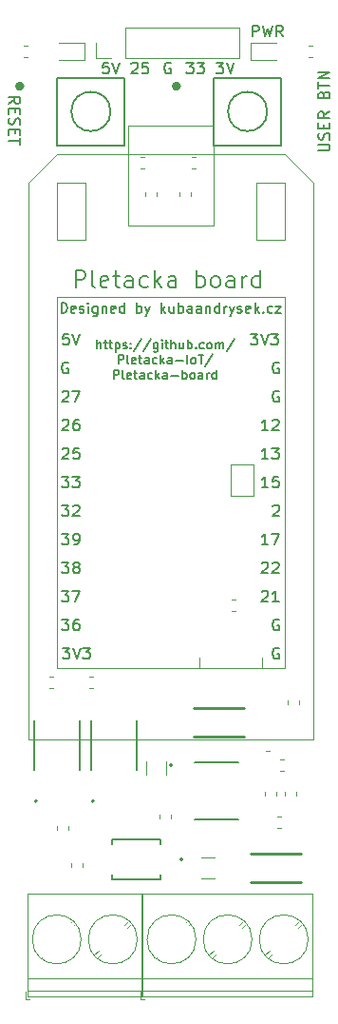
<source format=gbr>
G04 #@! TF.GenerationSoftware,KiCad,Pcbnew,5.1.5+dfsg1-2build2*
G04 #@! TF.CreationDate,2020-10-21T19:02:22+02:00*
G04 #@! TF.ProjectId,Pletacka-board,506c6574-6163-46b6-912d-626f6172642e,rev?*
G04 #@! TF.SameCoordinates,Original*
G04 #@! TF.FileFunction,Legend,Top*
G04 #@! TF.FilePolarity,Positive*
%FSLAX46Y46*%
G04 Gerber Fmt 4.6, Leading zero omitted, Abs format (unit mm)*
G04 Created by KiCad (PCBNEW 5.1.5+dfsg1-2build2) date 2020-10-21 19:02:22*
%MOMM*%
%LPD*%
G04 APERTURE LIST*
%ADD10C,0.150000*%
%ADD11C,0.127000*%
%ADD12C,0.200000*%
%ADD13C,0.120000*%
%ADD14C,0.400000*%
%ADD15C,0.254000*%
G04 APERTURE END LIST*
D10*
X153860666Y-62428380D02*
X153860666Y-61428380D01*
X154241619Y-61428380D01*
X154336857Y-61476000D01*
X154384476Y-61523619D01*
X154432095Y-61618857D01*
X154432095Y-61761714D01*
X154384476Y-61856952D01*
X154336857Y-61904571D01*
X154241619Y-61952190D01*
X153860666Y-61952190D01*
X154765428Y-61428380D02*
X155003523Y-62428380D01*
X155194000Y-61714095D01*
X155384476Y-62428380D01*
X155622571Y-61428380D01*
X156574952Y-62428380D02*
X156241619Y-61952190D01*
X156003523Y-62428380D02*
X156003523Y-61428380D01*
X156384476Y-61428380D01*
X156479714Y-61476000D01*
X156527333Y-61523619D01*
X156574952Y-61618857D01*
X156574952Y-61761714D01*
X156527333Y-61856952D01*
X156479714Y-61904571D01*
X156384476Y-61952190D01*
X156003523Y-61952190D01*
X159726380Y-72588000D02*
X160535904Y-72588000D01*
X160631142Y-72540380D01*
X160678761Y-72492761D01*
X160726380Y-72397523D01*
X160726380Y-72207047D01*
X160678761Y-72111809D01*
X160631142Y-72064190D01*
X160535904Y-72016571D01*
X159726380Y-72016571D01*
X160678761Y-71588000D02*
X160726380Y-71445142D01*
X160726380Y-71207047D01*
X160678761Y-71111809D01*
X160631142Y-71064190D01*
X160535904Y-71016571D01*
X160440666Y-71016571D01*
X160345428Y-71064190D01*
X160297809Y-71111809D01*
X160250190Y-71207047D01*
X160202571Y-71397523D01*
X160154952Y-71492761D01*
X160107333Y-71540380D01*
X160012095Y-71588000D01*
X159916857Y-71588000D01*
X159821619Y-71540380D01*
X159774000Y-71492761D01*
X159726380Y-71397523D01*
X159726380Y-71159428D01*
X159774000Y-71016571D01*
X160202571Y-70588000D02*
X160202571Y-70254666D01*
X160726380Y-70111809D02*
X160726380Y-70588000D01*
X159726380Y-70588000D01*
X159726380Y-70111809D01*
X160726380Y-69111809D02*
X160250190Y-69445142D01*
X160726380Y-69683238D02*
X159726380Y-69683238D01*
X159726380Y-69302285D01*
X159774000Y-69207047D01*
X159821619Y-69159428D01*
X159916857Y-69111809D01*
X160059714Y-69111809D01*
X160154952Y-69159428D01*
X160202571Y-69207047D01*
X160250190Y-69302285D01*
X160250190Y-69683238D01*
X160202571Y-67588000D02*
X160250190Y-67445142D01*
X160297809Y-67397523D01*
X160393047Y-67349904D01*
X160535904Y-67349904D01*
X160631142Y-67397523D01*
X160678761Y-67445142D01*
X160726380Y-67540380D01*
X160726380Y-67921333D01*
X159726380Y-67921333D01*
X159726380Y-67588000D01*
X159774000Y-67492761D01*
X159821619Y-67445142D01*
X159916857Y-67397523D01*
X160012095Y-67397523D01*
X160107333Y-67445142D01*
X160154952Y-67492761D01*
X160202571Y-67588000D01*
X160202571Y-67921333D01*
X159726380Y-67064190D02*
X159726380Y-66492761D01*
X160726380Y-66778476D02*
X159726380Y-66778476D01*
X160726380Y-66159428D02*
X159726380Y-66159428D01*
X160726380Y-65588000D01*
X159726380Y-65588000D01*
X132135619Y-68397619D02*
X132611809Y-68064285D01*
X132135619Y-67826190D02*
X133135619Y-67826190D01*
X133135619Y-68207142D01*
X133088000Y-68302380D01*
X133040380Y-68350000D01*
X132945142Y-68397619D01*
X132802285Y-68397619D01*
X132707047Y-68350000D01*
X132659428Y-68302380D01*
X132611809Y-68207142D01*
X132611809Y-67826190D01*
X132659428Y-68826190D02*
X132659428Y-69159523D01*
X132135619Y-69302380D02*
X132135619Y-68826190D01*
X133135619Y-68826190D01*
X133135619Y-69302380D01*
X132183238Y-69683333D02*
X132135619Y-69826190D01*
X132135619Y-70064285D01*
X132183238Y-70159523D01*
X132230857Y-70207142D01*
X132326095Y-70254761D01*
X132421333Y-70254761D01*
X132516571Y-70207142D01*
X132564190Y-70159523D01*
X132611809Y-70064285D01*
X132659428Y-69873809D01*
X132707047Y-69778571D01*
X132754666Y-69730952D01*
X132849904Y-69683333D01*
X132945142Y-69683333D01*
X133040380Y-69730952D01*
X133088000Y-69778571D01*
X133135619Y-69873809D01*
X133135619Y-70111904D01*
X133088000Y-70254761D01*
X132659428Y-70683333D02*
X132659428Y-71016666D01*
X132135619Y-71159523D02*
X132135619Y-70683333D01*
X133135619Y-70683333D01*
X133135619Y-71159523D01*
X133135619Y-71445238D02*
X133135619Y-72016666D01*
X132135619Y-71730952D02*
X133135619Y-71730952D01*
X146565904Y-64778000D02*
X146470666Y-64730380D01*
X146327809Y-64730380D01*
X146184952Y-64778000D01*
X146089714Y-64873238D01*
X146042095Y-64968476D01*
X145994476Y-65158952D01*
X145994476Y-65301809D01*
X146042095Y-65492285D01*
X146089714Y-65587523D01*
X146184952Y-65682761D01*
X146327809Y-65730380D01*
X146423047Y-65730380D01*
X146565904Y-65682761D01*
X146613523Y-65635142D01*
X146613523Y-65301809D01*
X146423047Y-65301809D01*
X141018285Y-64730380D02*
X140542095Y-64730380D01*
X140494476Y-65206571D01*
X140542095Y-65158952D01*
X140637333Y-65111333D01*
X140875428Y-65111333D01*
X140970666Y-65158952D01*
X141018285Y-65206571D01*
X141065904Y-65301809D01*
X141065904Y-65539904D01*
X141018285Y-65635142D01*
X140970666Y-65682761D01*
X140875428Y-65730380D01*
X140637333Y-65730380D01*
X140542095Y-65682761D01*
X140494476Y-65635142D01*
X141351619Y-64730380D02*
X141684952Y-65730380D01*
X142018285Y-64730380D01*
X143065904Y-64825619D02*
X143113523Y-64778000D01*
X143208761Y-64730380D01*
X143446857Y-64730380D01*
X143542095Y-64778000D01*
X143589714Y-64825619D01*
X143637333Y-64920857D01*
X143637333Y-65016095D01*
X143589714Y-65158952D01*
X143018285Y-65730380D01*
X143637333Y-65730380D01*
X144542095Y-64730380D02*
X144065904Y-64730380D01*
X144018285Y-65206571D01*
X144065904Y-65158952D01*
X144161142Y-65111333D01*
X144399238Y-65111333D01*
X144494476Y-65158952D01*
X144542095Y-65206571D01*
X144589714Y-65301809D01*
X144589714Y-65539904D01*
X144542095Y-65635142D01*
X144494476Y-65682761D01*
X144399238Y-65730380D01*
X144161142Y-65730380D01*
X144065904Y-65682761D01*
X144018285Y-65635142D01*
X147970666Y-64730380D02*
X148589714Y-64730380D01*
X148256380Y-65111333D01*
X148399238Y-65111333D01*
X148494476Y-65158952D01*
X148542095Y-65206571D01*
X148589714Y-65301809D01*
X148589714Y-65539904D01*
X148542095Y-65635142D01*
X148494476Y-65682761D01*
X148399238Y-65730380D01*
X148113523Y-65730380D01*
X148018285Y-65682761D01*
X147970666Y-65635142D01*
X148923047Y-64730380D02*
X149542095Y-64730380D01*
X149208761Y-65111333D01*
X149351619Y-65111333D01*
X149446857Y-65158952D01*
X149494476Y-65206571D01*
X149542095Y-65301809D01*
X149542095Y-65539904D01*
X149494476Y-65635142D01*
X149446857Y-65682761D01*
X149351619Y-65730380D01*
X149065904Y-65730380D01*
X148970666Y-65682761D01*
X148923047Y-65635142D01*
X150637333Y-64730380D02*
X151256380Y-64730380D01*
X150923047Y-65111333D01*
X151065904Y-65111333D01*
X151161142Y-65158952D01*
X151208761Y-65206571D01*
X151256380Y-65301809D01*
X151256380Y-65539904D01*
X151208761Y-65635142D01*
X151161142Y-65682761D01*
X151065904Y-65730380D01*
X150780190Y-65730380D01*
X150684952Y-65682761D01*
X150637333Y-65635142D01*
X151542095Y-64730380D02*
X151875428Y-65730380D01*
X152208761Y-64730380D01*
X139992857Y-90197904D02*
X139992857Y-89397904D01*
X140335714Y-90197904D02*
X140335714Y-89778857D01*
X140297619Y-89702666D01*
X140221428Y-89664571D01*
X140107142Y-89664571D01*
X140030952Y-89702666D01*
X139992857Y-89740761D01*
X140602380Y-89664571D02*
X140907142Y-89664571D01*
X140716666Y-89397904D02*
X140716666Y-90083619D01*
X140754761Y-90159809D01*
X140830952Y-90197904D01*
X140907142Y-90197904D01*
X141059523Y-89664571D02*
X141364285Y-89664571D01*
X141173809Y-89397904D02*
X141173809Y-90083619D01*
X141211904Y-90159809D01*
X141288095Y-90197904D01*
X141364285Y-90197904D01*
X141630952Y-89664571D02*
X141630952Y-90464571D01*
X141630952Y-89702666D02*
X141707142Y-89664571D01*
X141859523Y-89664571D01*
X141935714Y-89702666D01*
X141973809Y-89740761D01*
X142011904Y-89816952D01*
X142011904Y-90045523D01*
X141973809Y-90121714D01*
X141935714Y-90159809D01*
X141859523Y-90197904D01*
X141707142Y-90197904D01*
X141630952Y-90159809D01*
X142316666Y-90159809D02*
X142392857Y-90197904D01*
X142545238Y-90197904D01*
X142621428Y-90159809D01*
X142659523Y-90083619D01*
X142659523Y-90045523D01*
X142621428Y-89969333D01*
X142545238Y-89931238D01*
X142430952Y-89931238D01*
X142354761Y-89893142D01*
X142316666Y-89816952D01*
X142316666Y-89778857D01*
X142354761Y-89702666D01*
X142430952Y-89664571D01*
X142545238Y-89664571D01*
X142621428Y-89702666D01*
X143002380Y-90121714D02*
X143040476Y-90159809D01*
X143002380Y-90197904D01*
X142964285Y-90159809D01*
X143002380Y-90121714D01*
X143002380Y-90197904D01*
X143002380Y-89702666D02*
X143040476Y-89740761D01*
X143002380Y-89778857D01*
X142964285Y-89740761D01*
X143002380Y-89702666D01*
X143002380Y-89778857D01*
X143954761Y-89359809D02*
X143269047Y-90388380D01*
X144792857Y-89359809D02*
X144107142Y-90388380D01*
X145402380Y-89664571D02*
X145402380Y-90312190D01*
X145364285Y-90388380D01*
X145326190Y-90426476D01*
X145250000Y-90464571D01*
X145135714Y-90464571D01*
X145059523Y-90426476D01*
X145402380Y-90159809D02*
X145326190Y-90197904D01*
X145173809Y-90197904D01*
X145097619Y-90159809D01*
X145059523Y-90121714D01*
X145021428Y-90045523D01*
X145021428Y-89816952D01*
X145059523Y-89740761D01*
X145097619Y-89702666D01*
X145173809Y-89664571D01*
X145326190Y-89664571D01*
X145402380Y-89702666D01*
X145783333Y-90197904D02*
X145783333Y-89664571D01*
X145783333Y-89397904D02*
X145745238Y-89436000D01*
X145783333Y-89474095D01*
X145821428Y-89436000D01*
X145783333Y-89397904D01*
X145783333Y-89474095D01*
X146050000Y-89664571D02*
X146354761Y-89664571D01*
X146164285Y-89397904D02*
X146164285Y-90083619D01*
X146202380Y-90159809D01*
X146278571Y-90197904D01*
X146354761Y-90197904D01*
X146621428Y-90197904D02*
X146621428Y-89397904D01*
X146964285Y-90197904D02*
X146964285Y-89778857D01*
X146926190Y-89702666D01*
X146850000Y-89664571D01*
X146735714Y-89664571D01*
X146659523Y-89702666D01*
X146621428Y-89740761D01*
X147688095Y-89664571D02*
X147688095Y-90197904D01*
X147345238Y-89664571D02*
X147345238Y-90083619D01*
X147383333Y-90159809D01*
X147459523Y-90197904D01*
X147573809Y-90197904D01*
X147650000Y-90159809D01*
X147688095Y-90121714D01*
X148069047Y-90197904D02*
X148069047Y-89397904D01*
X148069047Y-89702666D02*
X148145238Y-89664571D01*
X148297619Y-89664571D01*
X148373809Y-89702666D01*
X148411904Y-89740761D01*
X148450000Y-89816952D01*
X148450000Y-90045523D01*
X148411904Y-90121714D01*
X148373809Y-90159809D01*
X148297619Y-90197904D01*
X148145238Y-90197904D01*
X148069047Y-90159809D01*
X148792857Y-90121714D02*
X148830952Y-90159809D01*
X148792857Y-90197904D01*
X148754761Y-90159809D01*
X148792857Y-90121714D01*
X148792857Y-90197904D01*
X149516666Y-90159809D02*
X149440476Y-90197904D01*
X149288095Y-90197904D01*
X149211904Y-90159809D01*
X149173809Y-90121714D01*
X149135714Y-90045523D01*
X149135714Y-89816952D01*
X149173809Y-89740761D01*
X149211904Y-89702666D01*
X149288095Y-89664571D01*
X149440476Y-89664571D01*
X149516666Y-89702666D01*
X149973809Y-90197904D02*
X149897619Y-90159809D01*
X149859523Y-90121714D01*
X149821428Y-90045523D01*
X149821428Y-89816952D01*
X149859523Y-89740761D01*
X149897619Y-89702666D01*
X149973809Y-89664571D01*
X150088095Y-89664571D01*
X150164285Y-89702666D01*
X150202380Y-89740761D01*
X150240476Y-89816952D01*
X150240476Y-90045523D01*
X150202380Y-90121714D01*
X150164285Y-90159809D01*
X150088095Y-90197904D01*
X149973809Y-90197904D01*
X150583333Y-90197904D02*
X150583333Y-89664571D01*
X150583333Y-89740761D02*
X150621428Y-89702666D01*
X150697619Y-89664571D01*
X150811904Y-89664571D01*
X150888095Y-89702666D01*
X150926190Y-89778857D01*
X150926190Y-90197904D01*
X150926190Y-89778857D02*
X150964285Y-89702666D01*
X151040476Y-89664571D01*
X151154761Y-89664571D01*
X151230952Y-89702666D01*
X151269047Y-89778857D01*
X151269047Y-90197904D01*
X152221428Y-89359809D02*
X151535714Y-90388380D01*
X141897619Y-91547904D02*
X141897619Y-90747904D01*
X142202380Y-90747904D01*
X142278571Y-90786000D01*
X142316666Y-90824095D01*
X142354761Y-90900285D01*
X142354761Y-91014571D01*
X142316666Y-91090761D01*
X142278571Y-91128857D01*
X142202380Y-91166952D01*
X141897619Y-91166952D01*
X142811904Y-91547904D02*
X142735714Y-91509809D01*
X142697619Y-91433619D01*
X142697619Y-90747904D01*
X143421428Y-91509809D02*
X143345238Y-91547904D01*
X143192857Y-91547904D01*
X143116666Y-91509809D01*
X143078571Y-91433619D01*
X143078571Y-91128857D01*
X143116666Y-91052666D01*
X143192857Y-91014571D01*
X143345238Y-91014571D01*
X143421428Y-91052666D01*
X143459523Y-91128857D01*
X143459523Y-91205047D01*
X143078571Y-91281238D01*
X143688095Y-91014571D02*
X143992857Y-91014571D01*
X143802380Y-90747904D02*
X143802380Y-91433619D01*
X143840476Y-91509809D01*
X143916666Y-91547904D01*
X143992857Y-91547904D01*
X144602380Y-91547904D02*
X144602380Y-91128857D01*
X144564285Y-91052666D01*
X144488095Y-91014571D01*
X144335714Y-91014571D01*
X144259523Y-91052666D01*
X144602380Y-91509809D02*
X144526190Y-91547904D01*
X144335714Y-91547904D01*
X144259523Y-91509809D01*
X144221428Y-91433619D01*
X144221428Y-91357428D01*
X144259523Y-91281238D01*
X144335714Y-91243142D01*
X144526190Y-91243142D01*
X144602380Y-91205047D01*
X145326190Y-91509809D02*
X145250000Y-91547904D01*
X145097619Y-91547904D01*
X145021428Y-91509809D01*
X144983333Y-91471714D01*
X144945238Y-91395523D01*
X144945238Y-91166952D01*
X144983333Y-91090761D01*
X145021428Y-91052666D01*
X145097619Y-91014571D01*
X145250000Y-91014571D01*
X145326190Y-91052666D01*
X145669047Y-91547904D02*
X145669047Y-90747904D01*
X145745238Y-91243142D02*
X145973809Y-91547904D01*
X145973809Y-91014571D02*
X145669047Y-91319333D01*
X146659523Y-91547904D02*
X146659523Y-91128857D01*
X146621428Y-91052666D01*
X146545238Y-91014571D01*
X146392857Y-91014571D01*
X146316666Y-91052666D01*
X146659523Y-91509809D02*
X146583333Y-91547904D01*
X146392857Y-91547904D01*
X146316666Y-91509809D01*
X146278571Y-91433619D01*
X146278571Y-91357428D01*
X146316666Y-91281238D01*
X146392857Y-91243142D01*
X146583333Y-91243142D01*
X146659523Y-91205047D01*
X147040476Y-91243142D02*
X147650000Y-91243142D01*
X148030952Y-91547904D02*
X148030952Y-90747904D01*
X148526190Y-91547904D02*
X148450000Y-91509809D01*
X148411904Y-91471714D01*
X148373809Y-91395523D01*
X148373809Y-91166952D01*
X148411904Y-91090761D01*
X148450000Y-91052666D01*
X148526190Y-91014571D01*
X148640476Y-91014571D01*
X148716666Y-91052666D01*
X148754761Y-91090761D01*
X148792857Y-91166952D01*
X148792857Y-91395523D01*
X148754761Y-91471714D01*
X148716666Y-91509809D01*
X148640476Y-91547904D01*
X148526190Y-91547904D01*
X149021428Y-90747904D02*
X149478571Y-90747904D01*
X149250000Y-91547904D02*
X149250000Y-90747904D01*
X150316666Y-90709809D02*
X149630952Y-91738380D01*
X141478571Y-92897904D02*
X141478571Y-92097904D01*
X141783333Y-92097904D01*
X141859523Y-92136000D01*
X141897619Y-92174095D01*
X141935714Y-92250285D01*
X141935714Y-92364571D01*
X141897619Y-92440761D01*
X141859523Y-92478857D01*
X141783333Y-92516952D01*
X141478571Y-92516952D01*
X142392857Y-92897904D02*
X142316666Y-92859809D01*
X142278571Y-92783619D01*
X142278571Y-92097904D01*
X143002380Y-92859809D02*
X142926190Y-92897904D01*
X142773809Y-92897904D01*
X142697619Y-92859809D01*
X142659523Y-92783619D01*
X142659523Y-92478857D01*
X142697619Y-92402666D01*
X142773809Y-92364571D01*
X142926190Y-92364571D01*
X143002380Y-92402666D01*
X143040476Y-92478857D01*
X143040476Y-92555047D01*
X142659523Y-92631238D01*
X143269047Y-92364571D02*
X143573809Y-92364571D01*
X143383333Y-92097904D02*
X143383333Y-92783619D01*
X143421428Y-92859809D01*
X143497619Y-92897904D01*
X143573809Y-92897904D01*
X144183333Y-92897904D02*
X144183333Y-92478857D01*
X144145238Y-92402666D01*
X144069047Y-92364571D01*
X143916666Y-92364571D01*
X143840476Y-92402666D01*
X144183333Y-92859809D02*
X144107142Y-92897904D01*
X143916666Y-92897904D01*
X143840476Y-92859809D01*
X143802380Y-92783619D01*
X143802380Y-92707428D01*
X143840476Y-92631238D01*
X143916666Y-92593142D01*
X144107142Y-92593142D01*
X144183333Y-92555047D01*
X144907142Y-92859809D02*
X144830952Y-92897904D01*
X144678571Y-92897904D01*
X144602380Y-92859809D01*
X144564285Y-92821714D01*
X144526190Y-92745523D01*
X144526190Y-92516952D01*
X144564285Y-92440761D01*
X144602380Y-92402666D01*
X144678571Y-92364571D01*
X144830952Y-92364571D01*
X144907142Y-92402666D01*
X145250000Y-92897904D02*
X145250000Y-92097904D01*
X145326190Y-92593142D02*
X145554761Y-92897904D01*
X145554761Y-92364571D02*
X145250000Y-92669333D01*
X146240476Y-92897904D02*
X146240476Y-92478857D01*
X146202380Y-92402666D01*
X146126190Y-92364571D01*
X145973809Y-92364571D01*
X145897619Y-92402666D01*
X146240476Y-92859809D02*
X146164285Y-92897904D01*
X145973809Y-92897904D01*
X145897619Y-92859809D01*
X145859523Y-92783619D01*
X145859523Y-92707428D01*
X145897619Y-92631238D01*
X145973809Y-92593142D01*
X146164285Y-92593142D01*
X146240476Y-92555047D01*
X146621428Y-92593142D02*
X147230952Y-92593142D01*
X147611904Y-92897904D02*
X147611904Y-92097904D01*
X147611904Y-92402666D02*
X147688095Y-92364571D01*
X147840476Y-92364571D01*
X147916666Y-92402666D01*
X147954761Y-92440761D01*
X147992857Y-92516952D01*
X147992857Y-92745523D01*
X147954761Y-92821714D01*
X147916666Y-92859809D01*
X147840476Y-92897904D01*
X147688095Y-92897904D01*
X147611904Y-92859809D01*
X148449999Y-92897904D02*
X148373809Y-92859809D01*
X148335714Y-92821714D01*
X148297619Y-92745523D01*
X148297619Y-92516952D01*
X148335714Y-92440761D01*
X148373809Y-92402666D01*
X148449999Y-92364571D01*
X148564285Y-92364571D01*
X148640476Y-92402666D01*
X148678571Y-92440761D01*
X148716666Y-92516952D01*
X148716666Y-92745523D01*
X148678571Y-92821714D01*
X148640476Y-92859809D01*
X148564285Y-92897904D01*
X148449999Y-92897904D01*
X149402380Y-92897904D02*
X149402380Y-92478857D01*
X149364285Y-92402666D01*
X149288095Y-92364571D01*
X149135714Y-92364571D01*
X149059523Y-92402666D01*
X149402380Y-92859809D02*
X149326190Y-92897904D01*
X149135714Y-92897904D01*
X149059523Y-92859809D01*
X149021428Y-92783619D01*
X149021428Y-92707428D01*
X149059523Y-92631238D01*
X149135714Y-92593142D01*
X149326190Y-92593142D01*
X149402380Y-92555047D01*
X149783333Y-92897904D02*
X149783333Y-92364571D01*
X149783333Y-92516952D02*
X149821428Y-92440761D01*
X149859523Y-92402666D01*
X149935714Y-92364571D01*
X150011904Y-92364571D01*
X150621428Y-92897904D02*
X150621428Y-92097904D01*
X150621428Y-92859809D02*
X150545238Y-92897904D01*
X150392857Y-92897904D01*
X150316666Y-92859809D01*
X150278571Y-92821714D01*
X150240476Y-92745523D01*
X150240476Y-92516952D01*
X150278571Y-92440761D01*
X150316666Y-92402666D01*
X150392857Y-92364571D01*
X150545238Y-92364571D01*
X150621428Y-92402666D01*
X136807999Y-87021142D02*
X136807999Y-86121142D01*
X137022285Y-86121142D01*
X137150857Y-86164000D01*
X137236571Y-86249714D01*
X137279428Y-86335428D01*
X137322285Y-86506857D01*
X137322285Y-86635428D01*
X137279428Y-86806857D01*
X137236571Y-86892571D01*
X137150857Y-86978285D01*
X137022285Y-87021142D01*
X136807999Y-87021142D01*
X138050857Y-86978285D02*
X137965142Y-87021142D01*
X137793714Y-87021142D01*
X137707999Y-86978285D01*
X137665142Y-86892571D01*
X137665142Y-86549714D01*
X137707999Y-86464000D01*
X137793714Y-86421142D01*
X137965142Y-86421142D01*
X138050857Y-86464000D01*
X138093714Y-86549714D01*
X138093714Y-86635428D01*
X137665142Y-86721142D01*
X138436571Y-86978285D02*
X138522285Y-87021142D01*
X138693714Y-87021142D01*
X138779428Y-86978285D01*
X138822285Y-86892571D01*
X138822285Y-86849714D01*
X138779428Y-86764000D01*
X138693714Y-86721142D01*
X138565142Y-86721142D01*
X138479428Y-86678285D01*
X138436571Y-86592571D01*
X138436571Y-86549714D01*
X138479428Y-86464000D01*
X138565142Y-86421142D01*
X138693714Y-86421142D01*
X138779428Y-86464000D01*
X139207999Y-87021142D02*
X139207999Y-86421142D01*
X139207999Y-86121142D02*
X139165142Y-86164000D01*
X139207999Y-86206857D01*
X139250857Y-86164000D01*
X139207999Y-86121142D01*
X139207999Y-86206857D01*
X140022285Y-86421142D02*
X140022285Y-87149714D01*
X139979428Y-87235428D01*
X139936571Y-87278285D01*
X139850857Y-87321142D01*
X139722285Y-87321142D01*
X139636571Y-87278285D01*
X140022285Y-86978285D02*
X139936571Y-87021142D01*
X139765142Y-87021142D01*
X139679428Y-86978285D01*
X139636571Y-86935428D01*
X139593714Y-86849714D01*
X139593714Y-86592571D01*
X139636571Y-86506857D01*
X139679428Y-86464000D01*
X139765142Y-86421142D01*
X139936571Y-86421142D01*
X140022285Y-86464000D01*
X140450857Y-86421142D02*
X140450857Y-87021142D01*
X140450857Y-86506857D02*
X140493714Y-86464000D01*
X140579428Y-86421142D01*
X140707999Y-86421142D01*
X140793714Y-86464000D01*
X140836571Y-86549714D01*
X140836571Y-87021142D01*
X141607999Y-86978285D02*
X141522285Y-87021142D01*
X141350857Y-87021142D01*
X141265142Y-86978285D01*
X141222285Y-86892571D01*
X141222285Y-86549714D01*
X141265142Y-86464000D01*
X141350857Y-86421142D01*
X141522285Y-86421142D01*
X141607999Y-86464000D01*
X141650857Y-86549714D01*
X141650857Y-86635428D01*
X141222285Y-86721142D01*
X142422285Y-87021142D02*
X142422285Y-86121142D01*
X142422285Y-86978285D02*
X142336571Y-87021142D01*
X142165142Y-87021142D01*
X142079428Y-86978285D01*
X142036571Y-86935428D01*
X141993714Y-86849714D01*
X141993714Y-86592571D01*
X142036571Y-86506857D01*
X142079428Y-86464000D01*
X142165142Y-86421142D01*
X142336571Y-86421142D01*
X142422285Y-86464000D01*
X143536571Y-87021142D02*
X143536571Y-86121142D01*
X143536571Y-86464000D02*
X143622285Y-86421142D01*
X143793714Y-86421142D01*
X143879428Y-86464000D01*
X143922285Y-86506857D01*
X143965142Y-86592571D01*
X143965142Y-86849714D01*
X143922285Y-86935428D01*
X143879428Y-86978285D01*
X143793714Y-87021142D01*
X143622285Y-87021142D01*
X143536571Y-86978285D01*
X144265142Y-86421142D02*
X144479428Y-87021142D01*
X144693714Y-86421142D02*
X144479428Y-87021142D01*
X144393714Y-87235428D01*
X144350857Y-87278285D01*
X144265142Y-87321142D01*
X145722285Y-87021142D02*
X145722285Y-86121142D01*
X145807999Y-86678285D02*
X146065142Y-87021142D01*
X146065142Y-86421142D02*
X145722285Y-86764000D01*
X146836571Y-86421142D02*
X146836571Y-87021142D01*
X146450857Y-86421142D02*
X146450857Y-86892571D01*
X146493714Y-86978285D01*
X146579428Y-87021142D01*
X146707999Y-87021142D01*
X146793714Y-86978285D01*
X146836571Y-86935428D01*
X147265142Y-87021142D02*
X147265142Y-86121142D01*
X147265142Y-86464000D02*
X147350857Y-86421142D01*
X147522285Y-86421142D01*
X147607999Y-86464000D01*
X147650857Y-86506857D01*
X147693714Y-86592571D01*
X147693714Y-86849714D01*
X147650857Y-86935428D01*
X147607999Y-86978285D01*
X147522285Y-87021142D01*
X147350857Y-87021142D01*
X147265142Y-86978285D01*
X148465142Y-87021142D02*
X148465142Y-86549714D01*
X148422285Y-86464000D01*
X148336571Y-86421142D01*
X148165142Y-86421142D01*
X148079428Y-86464000D01*
X148465142Y-86978285D02*
X148379428Y-87021142D01*
X148165142Y-87021142D01*
X148079428Y-86978285D01*
X148036571Y-86892571D01*
X148036571Y-86806857D01*
X148079428Y-86721142D01*
X148165142Y-86678285D01*
X148379428Y-86678285D01*
X148465142Y-86635428D01*
X149279428Y-87021142D02*
X149279428Y-86549714D01*
X149236571Y-86464000D01*
X149150857Y-86421142D01*
X148979428Y-86421142D01*
X148893714Y-86464000D01*
X149279428Y-86978285D02*
X149193714Y-87021142D01*
X148979428Y-87021142D01*
X148893714Y-86978285D01*
X148850857Y-86892571D01*
X148850857Y-86806857D01*
X148893714Y-86721142D01*
X148979428Y-86678285D01*
X149193714Y-86678285D01*
X149279428Y-86635428D01*
X149708000Y-86421142D02*
X149708000Y-87021142D01*
X149708000Y-86506857D02*
X149750857Y-86464000D01*
X149836571Y-86421142D01*
X149965142Y-86421142D01*
X150050857Y-86464000D01*
X150093714Y-86549714D01*
X150093714Y-87021142D01*
X150908000Y-87021142D02*
X150908000Y-86121142D01*
X150908000Y-86978285D02*
X150822285Y-87021142D01*
X150650857Y-87021142D01*
X150565142Y-86978285D01*
X150522285Y-86935428D01*
X150479428Y-86849714D01*
X150479428Y-86592571D01*
X150522285Y-86506857D01*
X150565142Y-86464000D01*
X150650857Y-86421142D01*
X150822285Y-86421142D01*
X150908000Y-86464000D01*
X151336571Y-87021142D02*
X151336571Y-86421142D01*
X151336571Y-86592571D02*
X151379428Y-86506857D01*
X151422285Y-86464000D01*
X151508000Y-86421142D01*
X151593714Y-86421142D01*
X151808000Y-86421142D02*
X152022285Y-87021142D01*
X152236571Y-86421142D02*
X152022285Y-87021142D01*
X151936571Y-87235428D01*
X151893714Y-87278285D01*
X151808000Y-87321142D01*
X152536571Y-86978285D02*
X152622285Y-87021142D01*
X152793714Y-87021142D01*
X152879428Y-86978285D01*
X152922285Y-86892571D01*
X152922285Y-86849714D01*
X152879428Y-86764000D01*
X152793714Y-86721142D01*
X152665142Y-86721142D01*
X152579428Y-86678285D01*
X152536571Y-86592571D01*
X152536571Y-86549714D01*
X152579428Y-86464000D01*
X152665142Y-86421142D01*
X152793714Y-86421142D01*
X152879428Y-86464000D01*
X153650857Y-86978285D02*
X153565142Y-87021142D01*
X153393714Y-87021142D01*
X153308000Y-86978285D01*
X153265142Y-86892571D01*
X153265142Y-86549714D01*
X153308000Y-86464000D01*
X153393714Y-86421142D01*
X153565142Y-86421142D01*
X153650857Y-86464000D01*
X153693714Y-86549714D01*
X153693714Y-86635428D01*
X153265142Y-86721142D01*
X154079428Y-87021142D02*
X154079428Y-86121142D01*
X154165142Y-86678285D02*
X154422285Y-87021142D01*
X154422285Y-86421142D02*
X154079428Y-86764000D01*
X154808000Y-86935428D02*
X154850857Y-86978285D01*
X154808000Y-87021142D01*
X154765142Y-86978285D01*
X154808000Y-86935428D01*
X154808000Y-87021142D01*
X155622285Y-86978285D02*
X155536571Y-87021142D01*
X155365142Y-87021142D01*
X155279428Y-86978285D01*
X155236571Y-86935428D01*
X155193714Y-86849714D01*
X155193714Y-86592571D01*
X155236571Y-86506857D01*
X155279428Y-86464000D01*
X155365142Y-86421142D01*
X155536571Y-86421142D01*
X155622285Y-86464000D01*
X155922285Y-86421142D02*
X156393714Y-86421142D01*
X155922285Y-87021142D01*
X156393714Y-87021142D01*
X138089714Y-84752571D02*
X138089714Y-83252571D01*
X138661142Y-83252571D01*
X138804000Y-83324000D01*
X138875428Y-83395428D01*
X138946857Y-83538285D01*
X138946857Y-83752571D01*
X138875428Y-83895428D01*
X138804000Y-83966857D01*
X138661142Y-84038285D01*
X138089714Y-84038285D01*
X139804000Y-84752571D02*
X139661142Y-84681142D01*
X139589714Y-84538285D01*
X139589714Y-83252571D01*
X140946857Y-84681142D02*
X140804000Y-84752571D01*
X140518285Y-84752571D01*
X140375428Y-84681142D01*
X140304000Y-84538285D01*
X140304000Y-83966857D01*
X140375428Y-83824000D01*
X140518285Y-83752571D01*
X140804000Y-83752571D01*
X140946857Y-83824000D01*
X141018285Y-83966857D01*
X141018285Y-84109714D01*
X140304000Y-84252571D01*
X141446857Y-83752571D02*
X142018285Y-83752571D01*
X141661142Y-83252571D02*
X141661142Y-84538285D01*
X141732571Y-84681142D01*
X141875428Y-84752571D01*
X142018285Y-84752571D01*
X143161142Y-84752571D02*
X143161142Y-83966857D01*
X143089714Y-83824000D01*
X142946857Y-83752571D01*
X142661142Y-83752571D01*
X142518285Y-83824000D01*
X143161142Y-84681142D02*
X143018285Y-84752571D01*
X142661142Y-84752571D01*
X142518285Y-84681142D01*
X142446857Y-84538285D01*
X142446857Y-84395428D01*
X142518285Y-84252571D01*
X142661142Y-84181142D01*
X143018285Y-84181142D01*
X143161142Y-84109714D01*
X144518285Y-84681142D02*
X144375428Y-84752571D01*
X144089714Y-84752571D01*
X143946857Y-84681142D01*
X143875428Y-84609714D01*
X143804000Y-84466857D01*
X143804000Y-84038285D01*
X143875428Y-83895428D01*
X143946857Y-83824000D01*
X144089714Y-83752571D01*
X144375428Y-83752571D01*
X144518285Y-83824000D01*
X145161142Y-84752571D02*
X145161142Y-83252571D01*
X145304000Y-84181142D02*
X145732571Y-84752571D01*
X145732571Y-83752571D02*
X145161142Y-84324000D01*
X147018285Y-84752571D02*
X147018285Y-83966857D01*
X146946857Y-83824000D01*
X146804000Y-83752571D01*
X146518285Y-83752571D01*
X146375428Y-83824000D01*
X147018285Y-84681142D02*
X146875428Y-84752571D01*
X146518285Y-84752571D01*
X146375428Y-84681142D01*
X146304000Y-84538285D01*
X146304000Y-84395428D01*
X146375428Y-84252571D01*
X146518285Y-84181142D01*
X146875428Y-84181142D01*
X147018285Y-84109714D01*
X148875428Y-84752571D02*
X148875428Y-83252571D01*
X148875428Y-83824000D02*
X149018285Y-83752571D01*
X149304000Y-83752571D01*
X149446857Y-83824000D01*
X149518285Y-83895428D01*
X149589714Y-84038285D01*
X149589714Y-84466857D01*
X149518285Y-84609714D01*
X149446857Y-84681142D01*
X149304000Y-84752571D01*
X149018285Y-84752571D01*
X148875428Y-84681142D01*
X150446857Y-84752571D02*
X150304000Y-84681142D01*
X150232571Y-84609714D01*
X150161142Y-84466857D01*
X150161142Y-84038285D01*
X150232571Y-83895428D01*
X150304000Y-83824000D01*
X150446857Y-83752571D01*
X150661142Y-83752571D01*
X150804000Y-83824000D01*
X150875428Y-83895428D01*
X150946857Y-84038285D01*
X150946857Y-84466857D01*
X150875428Y-84609714D01*
X150804000Y-84681142D01*
X150661142Y-84752571D01*
X150446857Y-84752571D01*
X152232571Y-84752571D02*
X152232571Y-83966857D01*
X152161142Y-83824000D01*
X152018285Y-83752571D01*
X151732571Y-83752571D01*
X151589714Y-83824000D01*
X152232571Y-84681142D02*
X152089714Y-84752571D01*
X151732571Y-84752571D01*
X151589714Y-84681142D01*
X151518285Y-84538285D01*
X151518285Y-84395428D01*
X151589714Y-84252571D01*
X151732571Y-84181142D01*
X152089714Y-84181142D01*
X152232571Y-84109714D01*
X152946857Y-84752571D02*
X152946857Y-83752571D01*
X152946857Y-84038285D02*
X153018285Y-83895428D01*
X153089714Y-83824000D01*
X153232571Y-83752571D01*
X153375428Y-83752571D01*
X154518285Y-84752571D02*
X154518285Y-83252571D01*
X154518285Y-84681142D02*
X154375428Y-84752571D01*
X154089714Y-84752571D01*
X153946857Y-84681142D01*
X153875428Y-84609714D01*
X153804000Y-84466857D01*
X153804000Y-84038285D01*
X153875428Y-83895428D01*
X153946857Y-83824000D01*
X154089714Y-83752571D01*
X154375428Y-83752571D01*
X154518285Y-83824000D01*
D11*
G04 #@! TO.C,U1*
X148672000Y-132065000D02*
X152572000Y-132065000D01*
X148672000Y-127015000D02*
X152572000Y-127015000D01*
D12*
X146682000Y-127235000D02*
G75*
G03X146682000Y-127235000I-100000J0D01*
G01*
D13*
G04 #@! TO.C,JP2*
X151908000Y-103254000D02*
X151908000Y-100454000D01*
X151908000Y-100454000D02*
X153908000Y-100454000D01*
X153908000Y-100454000D02*
X153908000Y-103254000D01*
X153908000Y-103254000D02*
X151908000Y-103254000D01*
G04 #@! TO.C,Pins1*
X139894000Y-64322000D02*
X139894000Y-62992000D01*
X141224000Y-64322000D02*
X139894000Y-64322000D01*
X142494000Y-64322000D02*
X142494000Y-61662000D01*
X142494000Y-61662000D02*
X152714000Y-61662000D01*
X142494000Y-64322000D02*
X152714000Y-64322000D01*
X152714000Y-64322000D02*
X152714000Y-61662000D01*
D11*
G04 #@! TO.C,SW2*
X155166000Y-69088000D02*
G75*
G03X155166000Y-69088000I-1750000J0D01*
G01*
X150416000Y-66088000D02*
X150416260Y-72085200D01*
X156416000Y-66088000D02*
X150416000Y-66088000D01*
X156416000Y-72088000D02*
X156416000Y-66088000D01*
X150423880Y-72088000D02*
X156416000Y-72088000D01*
D14*
X147266000Y-66838000D02*
G75*
G03X147266000Y-66838000I-200000J0D01*
G01*
D13*
G04 #@! TO.C,ESP1*
X142748000Y-79248000D02*
X142748000Y-70358000D01*
X150368000Y-79248000D02*
X142748000Y-79248000D01*
X150368000Y-70358000D02*
X150368000Y-79248000D01*
X142748000Y-70358000D02*
X150368000Y-70358000D01*
X156718000Y-80518000D02*
X156718000Y-75438000D01*
X154178000Y-80518000D02*
X156718000Y-80518000D01*
X154178000Y-75438000D02*
X154178000Y-80518000D01*
X156718000Y-75438000D02*
X154178000Y-75438000D01*
X138938000Y-75438000D02*
X136398000Y-75438000D01*
X138938000Y-80518000D02*
X138938000Y-75438000D01*
X136398000Y-80518000D02*
X138938000Y-80518000D01*
X136398000Y-75438000D02*
X136398000Y-80518000D01*
X156718000Y-85598000D02*
X156718000Y-118618000D01*
X136398000Y-85598000D02*
X156718000Y-85598000D01*
X136398000Y-118618000D02*
X136398000Y-85598000D01*
X156718000Y-118618000D02*
X136398000Y-118618000D01*
X136398000Y-72898000D02*
X133858000Y-75438000D01*
X159258000Y-75438000D02*
X156718000Y-72898000D01*
X133858000Y-75438000D02*
X133858000Y-124968000D01*
X156718000Y-72898000D02*
X136398000Y-72898000D01*
X159258000Y-124968000D02*
X159258000Y-75438000D01*
X133858000Y-124968000D02*
X159258000Y-124968000D01*
G04 #@! TO.C,L1*
X149092000Y-118510000D02*
X149092000Y-117710000D01*
X154692000Y-118510000D02*
X154692000Y-117710000D01*
D12*
G04 #@! TO.C,U3*
X139718000Y-130446000D02*
G75*
G03X139718000Y-130446000I-100000J0D01*
G01*
D11*
X139428000Y-127676000D02*
X139428000Y-123276000D01*
X143528000Y-127676000D02*
X143528000Y-123276000D01*
G04 #@! TO.C,SW1*
X141196000Y-69088000D02*
G75*
G03X141196000Y-69088000I-1750000J0D01*
G01*
X136446000Y-66088000D02*
X136446260Y-72085200D01*
X142446000Y-66088000D02*
X136446000Y-66088000D01*
X142446000Y-72088000D02*
X142446000Y-66088000D01*
X136453880Y-72088000D02*
X142446000Y-72088000D01*
D14*
X133296000Y-66838000D02*
G75*
G03X133296000Y-66838000I-200000J0D01*
G01*
D13*
G04 #@! TO.C,C5*
X155356779Y-125986000D02*
X155031221Y-125986000D01*
X155356779Y-124966000D02*
X155031221Y-124966000D01*
D12*
G04 #@! TO.C,U2*
X134638000Y-130446000D02*
G75*
G03X134638000Y-130446000I-100000J0D01*
G01*
D11*
X134348000Y-127676000D02*
X134348000Y-123276000D01*
X138448000Y-127676000D02*
X138448000Y-123276000D01*
D13*
G04 #@! TO.C,R11*
X139283221Y-120398000D02*
X139608779Y-120398000D01*
X139283221Y-119378000D02*
X139608779Y-119378000D01*
G04 #@! TO.C,R10*
X136052779Y-119378000D02*
X135727221Y-119378000D01*
X136052779Y-120398000D02*
X135727221Y-120398000D01*
G04 #@! TO.C,R9*
X148338000Y-76616779D02*
X148338000Y-76291221D01*
X147318000Y-76616779D02*
X147318000Y-76291221D01*
G04 #@! TO.C,R8*
X145290000Y-76616779D02*
X145290000Y-76291221D01*
X144270000Y-76616779D02*
X144270000Y-76291221D01*
G04 #@! TO.C,R7*
X137666000Y-135981221D02*
X137666000Y-136306779D01*
X138686000Y-135981221D02*
X138686000Y-136306779D01*
G04 #@! TO.C,R6*
X136396000Y-132679221D02*
X136396000Y-133004779D01*
X137416000Y-132679221D02*
X137416000Y-133004779D01*
G04 #@! TO.C,R5*
X156626779Y-126744000D02*
X156301221Y-126744000D01*
X156626779Y-127764000D02*
X156301221Y-127764000D01*
G04 #@! TO.C,R4*
X156970000Y-121477721D02*
X156970000Y-121803279D01*
X157990000Y-121477721D02*
X157990000Y-121803279D01*
G04 #@! TO.C,R3*
X156047221Y-132844000D02*
X156372779Y-132844000D01*
X156047221Y-131824000D02*
X156372779Y-131824000D01*
G04 #@! TO.C,R2*
X133792279Y-63244000D02*
X133466721Y-63244000D01*
X133792279Y-64264000D02*
X133466721Y-64264000D01*
G04 #@! TO.C,R1*
X158841221Y-64264000D02*
X159166779Y-64264000D01*
X158841221Y-63244000D02*
X159166779Y-63244000D01*
G04 #@! TO.C,POLYFUSE1*
X150462064Y-135488000D02*
X149257936Y-135488000D01*
X150462064Y-137308000D02*
X149257936Y-137308000D01*
G04 #@! TO.C,POWER_&_FINN_INPUT1*
X148818000Y-142748000D02*
G75*
G03X148818000Y-142748000I-2180000J0D01*
G01*
X153818000Y-142748000D02*
G75*
G03X153818000Y-142748000I-2180000J0D01*
G01*
X158818000Y-142748000D02*
G75*
G03X158818000Y-142748000I-2180000J0D01*
G01*
X144078000Y-147348000D02*
X159198000Y-147348000D01*
X144078000Y-146248000D02*
X159198000Y-146248000D01*
X144078000Y-138688000D02*
X159198000Y-138688000D01*
X144078000Y-147808000D02*
X159198000Y-147808000D01*
X144078000Y-138688000D02*
X144078000Y-147808000D01*
X159198000Y-138688000D02*
X159198000Y-147808000D01*
X148292000Y-141360000D02*
X148185000Y-141467000D01*
X145356000Y-144295000D02*
X145250000Y-144402000D01*
X148026000Y-141094000D02*
X147919000Y-141201000D01*
X145090000Y-144029000D02*
X144984000Y-144136000D01*
X153292000Y-141360000D02*
X152897000Y-141756000D01*
X150631000Y-144022000D02*
X150251000Y-144402000D01*
X153026000Y-141094000D02*
X152646000Y-141474000D01*
X150380000Y-143740000D02*
X149985000Y-144136000D01*
X158292000Y-141360000D02*
X157897000Y-141756000D01*
X155631000Y-144022000D02*
X155251000Y-144402000D01*
X158026000Y-141094000D02*
X157646000Y-141474000D01*
X155380000Y-143740000D02*
X154985000Y-144136000D01*
X143838000Y-147408000D02*
X143838000Y-148048000D01*
X143838000Y-148048000D02*
X144238000Y-148048000D01*
G04 #@! TO.C,STOP_INPUT1*
X138578000Y-142748000D02*
G75*
G03X138578000Y-142748000I-2180000J0D01*
G01*
X143578000Y-142748000D02*
G75*
G03X143578000Y-142748000I-2180000J0D01*
G01*
X133838000Y-147348000D02*
X143958000Y-147348000D01*
X133838000Y-146248000D02*
X143958000Y-146248000D01*
X133838000Y-138688000D02*
X143958000Y-138688000D01*
X133838000Y-147808000D02*
X143958000Y-147808000D01*
X133838000Y-138688000D02*
X133838000Y-147808000D01*
X143958000Y-138688000D02*
X143958000Y-147808000D01*
X138052000Y-141360000D02*
X137945000Y-141467000D01*
X135116000Y-144295000D02*
X135010000Y-144402000D01*
X137786000Y-141094000D02*
X137679000Y-141201000D01*
X134850000Y-144029000D02*
X134744000Y-144136000D01*
X143052000Y-141360000D02*
X142657000Y-141756000D01*
X140391000Y-144022000D02*
X140011000Y-144402000D01*
X142786000Y-141094000D02*
X142406000Y-141474000D01*
X140140000Y-143740000D02*
X139745000Y-144136000D01*
X133598000Y-147408000D02*
X133598000Y-148048000D01*
X133598000Y-148048000D02*
X133998000Y-148048000D01*
D15*
G04 #@! TO.C,D5*
X148626000Y-122144000D02*
X153126000Y-122144000D01*
X153126000Y-124744000D02*
X148626000Y-124744000D01*
D13*
G04 #@! TO.C,D4*
X138899000Y-63019000D02*
X136614000Y-63019000D01*
X138899000Y-64489000D02*
X138899000Y-63019000D01*
X136614000Y-64489000D02*
X138899000Y-64489000D01*
G04 #@! TO.C,D3*
X153709000Y-64489000D02*
X155994000Y-64489000D01*
X153709000Y-63019000D02*
X153709000Y-64489000D01*
X155994000Y-63019000D02*
X153709000Y-63019000D01*
D12*
G04 #@! TO.C,D2*
X147610000Y-135636000D02*
G75*
G03X147610000Y-135636000I-100000J0D01*
G01*
D11*
X141350000Y-133856000D02*
X141350000Y-134262000D01*
X145670000Y-133856000D02*
X141350000Y-133856000D01*
X145670000Y-134262000D02*
X145670000Y-133856000D01*
X141350000Y-137416000D02*
X141350000Y-137010000D01*
X145670000Y-137416000D02*
X141350000Y-137416000D01*
X145670000Y-137010000D02*
X145670000Y-137416000D01*
D15*
G04 #@! TO.C,D1*
X158206000Y-137698000D02*
X153706000Y-137698000D01*
X153706000Y-135098000D02*
X158206000Y-135098000D01*
D13*
G04 #@! TO.C,C8*
X148427221Y-74170000D02*
X148752779Y-74170000D01*
X148427221Y-73150000D02*
X148752779Y-73150000D01*
G04 #@! TO.C,C7*
X144180779Y-73150000D02*
X143855221Y-73150000D01*
X144180779Y-74170000D02*
X143855221Y-74170000D01*
G04 #@! TO.C,C6*
X152308779Y-113540000D02*
X151983221Y-113540000D01*
X152308779Y-112520000D02*
X151983221Y-112520000D01*
G04 #@! TO.C,C4*
X145540000Y-131663221D02*
X145540000Y-131988779D01*
X146560000Y-131663221D02*
X146560000Y-131988779D01*
G04 #@! TO.C,C3*
X157736000Y-129956779D02*
X157736000Y-129631221D01*
X156716000Y-129956779D02*
X156716000Y-129631221D01*
G04 #@! TO.C,C2*
X155958000Y-129956779D02*
X155958000Y-129631221D01*
X154938000Y-129956779D02*
X154938000Y-129631221D01*
G04 #@! TO.C,C1*
X146198000Y-128110064D02*
X146198000Y-126905936D01*
X144378000Y-128110064D02*
X144378000Y-126905936D01*
G04 #@! TO.C,ESP1*
D10*
X137421904Y-91448000D02*
X137326666Y-91400380D01*
X137183809Y-91400380D01*
X137040952Y-91448000D01*
X136945714Y-91543238D01*
X136898095Y-91638476D01*
X136850476Y-91828952D01*
X136850476Y-91971809D01*
X136898095Y-92162285D01*
X136945714Y-92257523D01*
X137040952Y-92352761D01*
X137183809Y-92400380D01*
X137279047Y-92400380D01*
X137421904Y-92352761D01*
X137469523Y-92305142D01*
X137469523Y-91971809D01*
X137279047Y-91971809D01*
X153701904Y-88860380D02*
X154320952Y-88860380D01*
X153987619Y-89241333D01*
X154130476Y-89241333D01*
X154225714Y-89288952D01*
X154273333Y-89336571D01*
X154320952Y-89431809D01*
X154320952Y-89669904D01*
X154273333Y-89765142D01*
X154225714Y-89812761D01*
X154130476Y-89860380D01*
X153844761Y-89860380D01*
X153749523Y-89812761D01*
X153701904Y-89765142D01*
X154606666Y-88860380D02*
X154940000Y-89860380D01*
X155273333Y-88860380D01*
X155511428Y-88860380D02*
X156130476Y-88860380D01*
X155797142Y-89241333D01*
X155940000Y-89241333D01*
X156035238Y-89288952D01*
X156082857Y-89336571D01*
X156130476Y-89431809D01*
X156130476Y-89669904D01*
X156082857Y-89765142D01*
X156035238Y-89812761D01*
X155940000Y-89860380D01*
X155654285Y-89860380D01*
X155559047Y-89812761D01*
X155511428Y-89765142D01*
X136937904Y-116800380D02*
X137556952Y-116800380D01*
X137223619Y-117181333D01*
X137366476Y-117181333D01*
X137461714Y-117228952D01*
X137509333Y-117276571D01*
X137556952Y-117371809D01*
X137556952Y-117609904D01*
X137509333Y-117705142D01*
X137461714Y-117752761D01*
X137366476Y-117800380D01*
X137080761Y-117800380D01*
X136985523Y-117752761D01*
X136937904Y-117705142D01*
X137842666Y-116800380D02*
X138176000Y-117800380D01*
X138509333Y-116800380D01*
X138747428Y-116800380D02*
X139366476Y-116800380D01*
X139033142Y-117181333D01*
X139176000Y-117181333D01*
X139271238Y-117228952D01*
X139318857Y-117276571D01*
X139366476Y-117371809D01*
X139366476Y-117609904D01*
X139318857Y-117705142D01*
X139271238Y-117752761D01*
X139176000Y-117800380D01*
X138890285Y-117800380D01*
X138795047Y-117752761D01*
X138747428Y-117705142D01*
X136858476Y-114260380D02*
X137477523Y-114260380D01*
X137144190Y-114641333D01*
X137287047Y-114641333D01*
X137382285Y-114688952D01*
X137429904Y-114736571D01*
X137477523Y-114831809D01*
X137477523Y-115069904D01*
X137429904Y-115165142D01*
X137382285Y-115212761D01*
X137287047Y-115260380D01*
X137001333Y-115260380D01*
X136906095Y-115212761D01*
X136858476Y-115165142D01*
X138334666Y-114260380D02*
X138144190Y-114260380D01*
X138048952Y-114308000D01*
X138001333Y-114355619D01*
X137906095Y-114498476D01*
X137858476Y-114688952D01*
X137858476Y-115069904D01*
X137906095Y-115165142D01*
X137953714Y-115212761D01*
X138048952Y-115260380D01*
X138239428Y-115260380D01*
X138334666Y-115212761D01*
X138382285Y-115165142D01*
X138429904Y-115069904D01*
X138429904Y-114831809D01*
X138382285Y-114736571D01*
X138334666Y-114688952D01*
X138239428Y-114641333D01*
X138048952Y-114641333D01*
X137953714Y-114688952D01*
X137906095Y-114736571D01*
X137858476Y-114831809D01*
X136858476Y-111720380D02*
X137477523Y-111720380D01*
X137144190Y-112101333D01*
X137287047Y-112101333D01*
X137382285Y-112148952D01*
X137429904Y-112196571D01*
X137477523Y-112291809D01*
X137477523Y-112529904D01*
X137429904Y-112625142D01*
X137382285Y-112672761D01*
X137287047Y-112720380D01*
X137001333Y-112720380D01*
X136906095Y-112672761D01*
X136858476Y-112625142D01*
X137810857Y-111720380D02*
X138477523Y-111720380D01*
X138048952Y-112720380D01*
X136858476Y-109180380D02*
X137477523Y-109180380D01*
X137144190Y-109561333D01*
X137287047Y-109561333D01*
X137382285Y-109608952D01*
X137429904Y-109656571D01*
X137477523Y-109751809D01*
X137477523Y-109989904D01*
X137429904Y-110085142D01*
X137382285Y-110132761D01*
X137287047Y-110180380D01*
X137001333Y-110180380D01*
X136906095Y-110132761D01*
X136858476Y-110085142D01*
X138048952Y-109608952D02*
X137953714Y-109561333D01*
X137906095Y-109513714D01*
X137858476Y-109418476D01*
X137858476Y-109370857D01*
X137906095Y-109275619D01*
X137953714Y-109228000D01*
X138048952Y-109180380D01*
X138239428Y-109180380D01*
X138334666Y-109228000D01*
X138382285Y-109275619D01*
X138429904Y-109370857D01*
X138429904Y-109418476D01*
X138382285Y-109513714D01*
X138334666Y-109561333D01*
X138239428Y-109608952D01*
X138048952Y-109608952D01*
X137953714Y-109656571D01*
X137906095Y-109704190D01*
X137858476Y-109799428D01*
X137858476Y-109989904D01*
X137906095Y-110085142D01*
X137953714Y-110132761D01*
X138048952Y-110180380D01*
X138239428Y-110180380D01*
X138334666Y-110132761D01*
X138382285Y-110085142D01*
X138429904Y-109989904D01*
X138429904Y-109799428D01*
X138382285Y-109704190D01*
X138334666Y-109656571D01*
X138239428Y-109608952D01*
X136858476Y-106640380D02*
X137477523Y-106640380D01*
X137144190Y-107021333D01*
X137287047Y-107021333D01*
X137382285Y-107068952D01*
X137429904Y-107116571D01*
X137477523Y-107211809D01*
X137477523Y-107449904D01*
X137429904Y-107545142D01*
X137382285Y-107592761D01*
X137287047Y-107640380D01*
X137001333Y-107640380D01*
X136906095Y-107592761D01*
X136858476Y-107545142D01*
X137953714Y-107640380D02*
X138144190Y-107640380D01*
X138239428Y-107592761D01*
X138287047Y-107545142D01*
X138382285Y-107402285D01*
X138429904Y-107211809D01*
X138429904Y-106830857D01*
X138382285Y-106735619D01*
X138334666Y-106688000D01*
X138239428Y-106640380D01*
X138048952Y-106640380D01*
X137953714Y-106688000D01*
X137906095Y-106735619D01*
X137858476Y-106830857D01*
X137858476Y-107068952D01*
X137906095Y-107164190D01*
X137953714Y-107211809D01*
X138048952Y-107259428D01*
X138239428Y-107259428D01*
X138334666Y-107211809D01*
X138382285Y-107164190D01*
X138429904Y-107068952D01*
X136858476Y-104100380D02*
X137477523Y-104100380D01*
X137144190Y-104481333D01*
X137287047Y-104481333D01*
X137382285Y-104528952D01*
X137429904Y-104576571D01*
X137477523Y-104671809D01*
X137477523Y-104909904D01*
X137429904Y-105005142D01*
X137382285Y-105052761D01*
X137287047Y-105100380D01*
X137001333Y-105100380D01*
X136906095Y-105052761D01*
X136858476Y-105005142D01*
X137858476Y-104195619D02*
X137906095Y-104148000D01*
X138001333Y-104100380D01*
X138239428Y-104100380D01*
X138334666Y-104148000D01*
X138382285Y-104195619D01*
X138429904Y-104290857D01*
X138429904Y-104386095D01*
X138382285Y-104528952D01*
X137810857Y-105100380D01*
X138429904Y-105100380D01*
X136858476Y-101560380D02*
X137477523Y-101560380D01*
X137144190Y-101941333D01*
X137287047Y-101941333D01*
X137382285Y-101988952D01*
X137429904Y-102036571D01*
X137477523Y-102131809D01*
X137477523Y-102369904D01*
X137429904Y-102465142D01*
X137382285Y-102512761D01*
X137287047Y-102560380D01*
X137001333Y-102560380D01*
X136906095Y-102512761D01*
X136858476Y-102465142D01*
X137810857Y-101560380D02*
X138429904Y-101560380D01*
X138096571Y-101941333D01*
X138239428Y-101941333D01*
X138334666Y-101988952D01*
X138382285Y-102036571D01*
X138429904Y-102131809D01*
X138429904Y-102369904D01*
X138382285Y-102465142D01*
X138334666Y-102512761D01*
X138239428Y-102560380D01*
X137953714Y-102560380D01*
X137858476Y-102512761D01*
X137810857Y-102465142D01*
X136906095Y-99115619D02*
X136953714Y-99068000D01*
X137048952Y-99020380D01*
X137287047Y-99020380D01*
X137382285Y-99068000D01*
X137429904Y-99115619D01*
X137477523Y-99210857D01*
X137477523Y-99306095D01*
X137429904Y-99448952D01*
X136858476Y-100020380D01*
X137477523Y-100020380D01*
X138382285Y-99020380D02*
X137906095Y-99020380D01*
X137858476Y-99496571D01*
X137906095Y-99448952D01*
X138001333Y-99401333D01*
X138239428Y-99401333D01*
X138334666Y-99448952D01*
X138382285Y-99496571D01*
X138429904Y-99591809D01*
X138429904Y-99829904D01*
X138382285Y-99925142D01*
X138334666Y-99972761D01*
X138239428Y-100020380D01*
X138001333Y-100020380D01*
X137906095Y-99972761D01*
X137858476Y-99925142D01*
X136906095Y-96575619D02*
X136953714Y-96528000D01*
X137048952Y-96480380D01*
X137287047Y-96480380D01*
X137382285Y-96528000D01*
X137429904Y-96575619D01*
X137477523Y-96670857D01*
X137477523Y-96766095D01*
X137429904Y-96908952D01*
X136858476Y-97480380D01*
X137477523Y-97480380D01*
X138334666Y-96480380D02*
X138144190Y-96480380D01*
X138048952Y-96528000D01*
X138001333Y-96575619D01*
X137906095Y-96718476D01*
X137858476Y-96908952D01*
X137858476Y-97289904D01*
X137906095Y-97385142D01*
X137953714Y-97432761D01*
X138048952Y-97480380D01*
X138239428Y-97480380D01*
X138334666Y-97432761D01*
X138382285Y-97385142D01*
X138429904Y-97289904D01*
X138429904Y-97051809D01*
X138382285Y-96956571D01*
X138334666Y-96908952D01*
X138239428Y-96861333D01*
X138048952Y-96861333D01*
X137953714Y-96908952D01*
X137906095Y-96956571D01*
X137858476Y-97051809D01*
X136906095Y-94035619D02*
X136953714Y-93988000D01*
X137048952Y-93940380D01*
X137287047Y-93940380D01*
X137382285Y-93988000D01*
X137429904Y-94035619D01*
X137477523Y-94130857D01*
X137477523Y-94226095D01*
X137429904Y-94368952D01*
X136858476Y-94940380D01*
X137477523Y-94940380D01*
X137810857Y-93940380D02*
X138477523Y-93940380D01*
X138048952Y-94940380D01*
X137477523Y-88860380D02*
X137001333Y-88860380D01*
X136953714Y-89336571D01*
X137001333Y-89288952D01*
X137096571Y-89241333D01*
X137334666Y-89241333D01*
X137429904Y-89288952D01*
X137477523Y-89336571D01*
X137525142Y-89431809D01*
X137525142Y-89669904D01*
X137477523Y-89765142D01*
X137429904Y-89812761D01*
X137334666Y-89860380D01*
X137096571Y-89860380D01*
X137001333Y-89812761D01*
X136953714Y-89765142D01*
X137810857Y-88860380D02*
X138144190Y-89860380D01*
X138477523Y-88860380D01*
X156217904Y-91448000D02*
X156122666Y-91400380D01*
X155979809Y-91400380D01*
X155836952Y-91448000D01*
X155741714Y-91543238D01*
X155694095Y-91638476D01*
X155646476Y-91828952D01*
X155646476Y-91971809D01*
X155694095Y-92162285D01*
X155741714Y-92257523D01*
X155836952Y-92352761D01*
X155979809Y-92400380D01*
X156075047Y-92400380D01*
X156217904Y-92352761D01*
X156265523Y-92305142D01*
X156265523Y-91971809D01*
X156075047Y-91971809D01*
X156217904Y-93988000D02*
X156122666Y-93940380D01*
X155979809Y-93940380D01*
X155836952Y-93988000D01*
X155741714Y-94083238D01*
X155694095Y-94178476D01*
X155646476Y-94368952D01*
X155646476Y-94511809D01*
X155694095Y-94702285D01*
X155741714Y-94797523D01*
X155836952Y-94892761D01*
X155979809Y-94940380D01*
X156075047Y-94940380D01*
X156217904Y-94892761D01*
X156265523Y-94845142D01*
X156265523Y-94511809D01*
X156075047Y-94511809D01*
X155257523Y-97480380D02*
X154686095Y-97480380D01*
X154971809Y-97480380D02*
X154971809Y-96480380D01*
X154876571Y-96623238D01*
X154781333Y-96718476D01*
X154686095Y-96766095D01*
X155638476Y-96575619D02*
X155686095Y-96528000D01*
X155781333Y-96480380D01*
X156019428Y-96480380D01*
X156114666Y-96528000D01*
X156162285Y-96575619D01*
X156209904Y-96670857D01*
X156209904Y-96766095D01*
X156162285Y-96908952D01*
X155590857Y-97480380D01*
X156209904Y-97480380D01*
X155257523Y-100020380D02*
X154686095Y-100020380D01*
X154971809Y-100020380D02*
X154971809Y-99020380D01*
X154876571Y-99163238D01*
X154781333Y-99258476D01*
X154686095Y-99306095D01*
X155590857Y-99020380D02*
X156209904Y-99020380D01*
X155876571Y-99401333D01*
X156019428Y-99401333D01*
X156114666Y-99448952D01*
X156162285Y-99496571D01*
X156209904Y-99591809D01*
X156209904Y-99829904D01*
X156162285Y-99925142D01*
X156114666Y-99972761D01*
X156019428Y-100020380D01*
X155733714Y-100020380D01*
X155638476Y-99972761D01*
X155590857Y-99925142D01*
X155257523Y-102560380D02*
X154686095Y-102560380D01*
X154971809Y-102560380D02*
X154971809Y-101560380D01*
X154876571Y-101703238D01*
X154781333Y-101798476D01*
X154686095Y-101846095D01*
X156162285Y-101560380D02*
X155686095Y-101560380D01*
X155638476Y-102036571D01*
X155686095Y-101988952D01*
X155781333Y-101941333D01*
X156019428Y-101941333D01*
X156114666Y-101988952D01*
X156162285Y-102036571D01*
X156209904Y-102131809D01*
X156209904Y-102369904D01*
X156162285Y-102465142D01*
X156114666Y-102512761D01*
X156019428Y-102560380D01*
X155781333Y-102560380D01*
X155686095Y-102512761D01*
X155638476Y-102465142D01*
X155670285Y-104195619D02*
X155717904Y-104148000D01*
X155813142Y-104100380D01*
X156051238Y-104100380D01*
X156146476Y-104148000D01*
X156194095Y-104195619D01*
X156241714Y-104290857D01*
X156241714Y-104386095D01*
X156194095Y-104528952D01*
X155622666Y-105100380D01*
X156241714Y-105100380D01*
X155257523Y-107640380D02*
X154686095Y-107640380D01*
X154971809Y-107640380D02*
X154971809Y-106640380D01*
X154876571Y-106783238D01*
X154781333Y-106878476D01*
X154686095Y-106926095D01*
X155590857Y-106640380D02*
X156257523Y-106640380D01*
X155828952Y-107640380D01*
X154686095Y-109275619D02*
X154733714Y-109228000D01*
X154828952Y-109180380D01*
X155067047Y-109180380D01*
X155162285Y-109228000D01*
X155209904Y-109275619D01*
X155257523Y-109370857D01*
X155257523Y-109466095D01*
X155209904Y-109608952D01*
X154638476Y-110180380D01*
X155257523Y-110180380D01*
X155638476Y-109275619D02*
X155686095Y-109228000D01*
X155781333Y-109180380D01*
X156019428Y-109180380D01*
X156114666Y-109228000D01*
X156162285Y-109275619D01*
X156209904Y-109370857D01*
X156209904Y-109466095D01*
X156162285Y-109608952D01*
X155590857Y-110180380D01*
X156209904Y-110180380D01*
X154686095Y-111815619D02*
X154733714Y-111768000D01*
X154828952Y-111720380D01*
X155067047Y-111720380D01*
X155162285Y-111768000D01*
X155209904Y-111815619D01*
X155257523Y-111910857D01*
X155257523Y-112006095D01*
X155209904Y-112148952D01*
X154638476Y-112720380D01*
X155257523Y-112720380D01*
X156209904Y-112720380D02*
X155638476Y-112720380D01*
X155924190Y-112720380D02*
X155924190Y-111720380D01*
X155828952Y-111863238D01*
X155733714Y-111958476D01*
X155638476Y-112006095D01*
X156217904Y-114308000D02*
X156122666Y-114260380D01*
X155979809Y-114260380D01*
X155836952Y-114308000D01*
X155741714Y-114403238D01*
X155694095Y-114498476D01*
X155646476Y-114688952D01*
X155646476Y-114831809D01*
X155694095Y-115022285D01*
X155741714Y-115117523D01*
X155836952Y-115212761D01*
X155979809Y-115260380D01*
X156075047Y-115260380D01*
X156217904Y-115212761D01*
X156265523Y-115165142D01*
X156265523Y-114831809D01*
X156075047Y-114831809D01*
X156217904Y-116848000D02*
X156122666Y-116800380D01*
X155979809Y-116800380D01*
X155836952Y-116848000D01*
X155741714Y-116943238D01*
X155694095Y-117038476D01*
X155646476Y-117228952D01*
X155646476Y-117371809D01*
X155694095Y-117562285D01*
X155741714Y-117657523D01*
X155836952Y-117752761D01*
X155979809Y-117800380D01*
X156075047Y-117800380D01*
X156217904Y-117752761D01*
X156265523Y-117705142D01*
X156265523Y-117371809D01*
X156075047Y-117371809D01*
G04 #@! TD*
M02*

</source>
